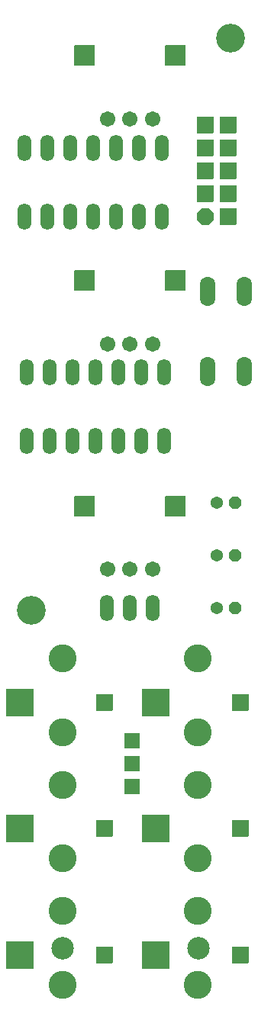
<source format=gbr>
%TF.GenerationSoftware,KiCad,Pcbnew,8.0.2*%
%TF.CreationDate,2024-05-21T21:49:38+01:00*%
%TF.ProjectId,3ch mix 1.6,33636820-6d69-4782-9031-2e362e6b6963,rev?*%
%TF.SameCoordinates,Original*%
%TF.FileFunction,Soldermask,Top*%
%TF.FilePolarity,Negative*%
%FSLAX46Y46*%
G04 Gerber Fmt 4.6, Leading zero omitted, Abs format (unit mm)*
G04 Created by KiCad (PCBNEW 8.0.2) date 2024-05-21 21:49:38*
%MOMM*%
%LPD*%
G01*
G04 APERTURE LIST*
G04 Aperture macros list*
%AMRoundRect*
0 Rectangle with rounded corners*
0 $1 Rounding radius*
0 $2 $3 $4 $5 $6 $7 $8 $9 X,Y pos of 4 corners*
0 Add a 4 corners polygon primitive as box body*
4,1,4,$2,$3,$4,$5,$6,$7,$8,$9,$2,$3,0*
0 Add four circle primitives for the rounded corners*
1,1,$1+$1,$2,$3*
1,1,$1+$1,$4,$5*
1,1,$1+$1,$6,$7*
1,1,$1+$1,$8,$9*
0 Add four rect primitives between the rounded corners*
20,1,$1+$1,$2,$3,$4,$5,0*
20,1,$1+$1,$4,$5,$6,$7,0*
20,1,$1+$1,$6,$7,$8,$9,0*
20,1,$1+$1,$8,$9,$2,$3,0*%
%AMFreePoly0*
4,1,17,0.298947,0.670921,0.670921,0.298947,0.685800,0.263026,0.685800,-0.263026,0.670921,-0.298947,0.298947,-0.670921,0.263026,-0.685800,-0.263026,-0.685800,-0.298947,-0.670921,-0.670921,-0.298947,-0.685800,-0.263026,-0.685800,0.263026,-0.670921,0.298947,-0.298947,0.670921,-0.263026,0.685800,0.263026,0.685800,0.298947,0.670921,0.298947,0.670921,$1*%
%AMFreePoly1*
4,1,17,0.404157,0.924921,0.924921,0.404157,0.939800,0.368236,0.939800,-0.368236,0.924921,-0.404157,0.404157,-0.924921,0.368236,-0.939800,-0.368236,-0.939800,-0.404157,-0.924921,-0.924921,-0.404157,-0.939800,-0.368236,-0.939800,0.368236,-0.924921,0.404157,-0.404157,0.924921,-0.368236,0.939800,0.368236,0.939800,0.404157,0.924921,0.404157,0.924921,$1*%
G04 Aperture macros list end*
%ADD10RoundRect,0.050800X-1.500000X-1.500000X1.500000X-1.500000X1.500000X1.500000X-1.500000X1.500000X0*%
%ADD11RoundRect,0.050800X-0.889000X-0.889000X0.889000X-0.889000X0.889000X0.889000X-0.889000X0.889000X0*%
%ADD12C,3.101600*%
%ADD13RoundRect,0.050800X1.092200X-1.092200X1.092200X1.092200X-1.092200X1.092200X-1.092200X-1.092200X0*%
%ADD14RoundRect,0.050800X-1.092200X-1.092200X1.092200X-1.092200X1.092200X1.092200X-1.092200X1.092200X0*%
%ADD15C,1.711200*%
%ADD16C,3.200000*%
%ADD17C,2.500000*%
%ADD18O,1.524000X2.946400*%
%ADD19O,1.701600X3.301600*%
%ADD20C,1.371600*%
%ADD21FreePoly0,0.000000*%
%ADD22RoundRect,0.050800X-0.812800X-0.812800X0.812800X-0.812800X0.812800X0.812800X-0.812800X0.812800X0*%
%ADD23FreePoly1,180.000000*%
%ADD24RoundRect,0.050800X0.889000X0.889000X-0.889000X0.889000X-0.889000X-0.889000X0.889000X-0.889000X0*%
G04 APERTURE END LIST*
D10*
%TO.C,IN1*%
X136301100Y-126803600D03*
D11*
X145701100Y-126803600D03*
D12*
X141001100Y-130103600D03*
X141001100Y-121903600D03*
%TD*%
D13*
%TO.C,POT3*%
X143501100Y-105003600D03*
D14*
X153501100Y-105003600D03*
D15*
X146001100Y-112003600D03*
X148501100Y-112003600D03*
X151001100Y-112003600D03*
%TD*%
D13*
%TO.C,POT2*%
X143501100Y-80003600D03*
D14*
X153501100Y-80003600D03*
D15*
X146001100Y-87003600D03*
X148501100Y-87003600D03*
X151001100Y-87003600D03*
%TD*%
D16*
%TO.C,@HOLE3*%
X137565100Y-116569600D03*
%TD*%
D10*
%TO.C,IN3*%
X136301100Y-154803600D03*
D11*
X145701100Y-154803600D03*
D12*
X141001100Y-158103600D03*
X141001100Y-149903600D03*
%TD*%
D10*
%TO.C,OUT1*%
X151301100Y-126803600D03*
D11*
X160701100Y-126803600D03*
D12*
X156001100Y-130103600D03*
X156001100Y-121903600D03*
%TD*%
D17*
%TO.C,@HOLE0*%
X156043600Y-154034600D03*
%TD*%
D13*
%TO.C,POT1*%
X143501100Y-55003600D03*
D14*
X153501100Y-55003600D03*
D15*
X146001100Y-62003600D03*
X148501100Y-62003600D03*
X151001100Y-62003600D03*
%TD*%
D10*
%TO.C,OUT3*%
X151301100Y-154803600D03*
D11*
X160701100Y-154803600D03*
D12*
X156001100Y-158103600D03*
X156001100Y-149903600D03*
%TD*%
D17*
%TO.C,@HOLE1*%
X140994100Y-154034600D03*
%TD*%
D18*
%TO.C,IC2*%
X152043100Y-65261600D03*
X149503100Y-65261600D03*
X146963100Y-65261600D03*
X144423100Y-65261600D03*
X141883100Y-65261600D03*
X139343100Y-65261600D03*
X136803100Y-65261600D03*
X136803100Y-72881600D03*
X139343100Y-72881600D03*
X141883100Y-72881600D03*
X144423100Y-72881600D03*
X146963100Y-72881600D03*
X149503100Y-72881600D03*
X152043100Y-72881600D03*
%TD*%
D10*
%TO.C,IN2*%
X136301100Y-140803600D03*
D11*
X145701100Y-140803600D03*
D12*
X141001100Y-144103600D03*
X141001100Y-135903600D03*
%TD*%
D10*
%TO.C,OUT2*%
X151301100Y-140803600D03*
D11*
X160701100Y-140803600D03*
D12*
X156001100Y-144103600D03*
X156001100Y-135903600D03*
%TD*%
D18*
%TO.C,IC1*%
X152297100Y-90153600D03*
X149757100Y-90153600D03*
X147217100Y-90153600D03*
X144677100Y-90153600D03*
X142137100Y-90153600D03*
X139597100Y-90153600D03*
X137057100Y-90153600D03*
X137057100Y-97773600D03*
X139597100Y-97773600D03*
X142137100Y-97773600D03*
X144677100Y-97773600D03*
X147217100Y-97773600D03*
X149757100Y-97773600D03*
X152297100Y-97773600D03*
%TD*%
D16*
%TO.C,@HOLE2*%
X159663100Y-53069600D03*
%TD*%
D19*
%TO.C,D1*%
X157123100Y-81136600D03*
X157123100Y-90026600D03*
%TD*%
D20*
%TO.C,C4*%
X158139100Y-110473600D03*
D21*
X160171100Y-110473600D03*
%TD*%
D19*
%TO.C,D2*%
X161187100Y-81136600D03*
X161187100Y-90026600D03*
%TD*%
D22*
%TO.C,JP1*%
X148741100Y-136127600D03*
X148741100Y-133587600D03*
X148741100Y-131047600D03*
%TD*%
D18*
%TO.C,D3*%
X151027100Y-116315600D03*
X148487100Y-116315600D03*
X145947100Y-116315600D03*
%TD*%
D20*
%TO.C,C9*%
X158139100Y-116315600D03*
D21*
X160171100Y-116315600D03*
%TD*%
D20*
%TO.C,C3*%
X158139100Y-104631600D03*
D21*
X160171100Y-104631600D03*
%TD*%
D23*
%TO.C,POWER0*%
X156869100Y-72881600D03*
D24*
X159409100Y-72881600D03*
X156869100Y-70341600D03*
X159409100Y-70341600D03*
X156869100Y-67801600D03*
X159409100Y-67801600D03*
X156869100Y-65261600D03*
D11*
X159409100Y-65261600D03*
D24*
X156869100Y-62721600D03*
D11*
X159409100Y-62721600D03*
%TD*%
M02*

</source>
